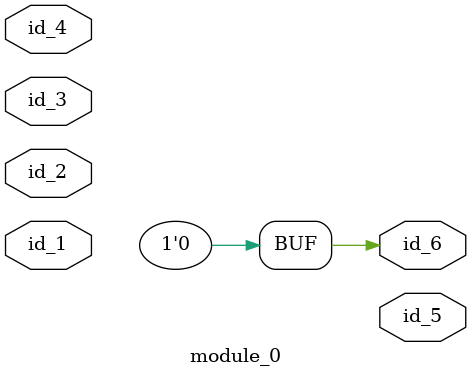
<source format=v>
module module_0 (
    id_1,
    id_2,
    id_3,
    id_4,
    id_5,
    id_6
);
  output id_6;
  output id_5;
  input id_4;
  input id_3;
  inout id_2;
  input id_1;
  assign id_6 = 1'b0;
  initial begin
    id_6 <= 1;
    id_6 <= 1 ** id_1;
  end
endmodule

</source>
